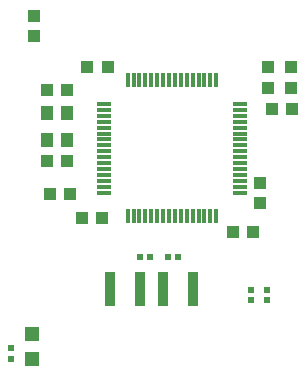
<source format=gbr>
G04 EAGLE Gerber RS-274X export*
G75*
%MOMM*%
%FSLAX34Y34*%
%LPD*%
%INSolderpaste Top*%
%IPPOS*%
%AMOC8*
5,1,8,0,0,1.08239X$1,22.5*%
G01*
%ADD10R,1.100000X1.000000*%
%ADD11R,1.000000X1.100000*%
%ADD12R,1.200000X1.200000*%
%ADD13R,0.600000X0.600000*%
%ADD14R,1.200000X0.300000*%
%ADD15R,0.300000X1.200000*%
%ADD16R,1.100000X1.300000*%
%ADD17R,0.900000X3.000000*%


D10*
X244738Y278384D03*
X261738Y278384D03*
D11*
X241808Y296300D03*
X241808Y313300D03*
D10*
X101210Y185420D03*
X84210Y185420D03*
D11*
X261366Y296300D03*
X261366Y313300D03*
D10*
X74286Y205740D03*
X57286Y205740D03*
X229226Y174244D03*
X212226Y174244D03*
X54238Y294132D03*
X71238Y294132D03*
X71238Y233680D03*
X54238Y233680D03*
D11*
X234442Y198256D03*
X234442Y215256D03*
D10*
X105782Y313436D03*
X88782Y313436D03*
D12*
X42164Y66462D03*
X42164Y87462D03*
D13*
X23876Y75366D03*
X23876Y66366D03*
X141914Y152400D03*
X132914Y152400D03*
X165790Y152400D03*
X156790Y152400D03*
D14*
X102774Y282356D03*
X102774Y277356D03*
X102774Y272356D03*
X102774Y267356D03*
X102774Y262356D03*
X102774Y257356D03*
X102774Y252356D03*
X102774Y247356D03*
X102774Y242356D03*
X102774Y237356D03*
X102774Y232356D03*
X102774Y227356D03*
X102774Y222356D03*
X102774Y217356D03*
X102774Y212356D03*
X102774Y207356D03*
D15*
X122774Y187356D03*
X127774Y187356D03*
X132774Y187356D03*
X137774Y187356D03*
X142774Y187356D03*
X147774Y187356D03*
X152774Y187356D03*
X157774Y187356D03*
X162774Y187356D03*
X167774Y187356D03*
X172774Y187356D03*
X177774Y187356D03*
X182774Y187356D03*
X187774Y187356D03*
X192774Y187356D03*
X197774Y187356D03*
D14*
X217774Y207356D03*
X217774Y212356D03*
X217774Y217356D03*
X217774Y222356D03*
X217774Y227356D03*
X217774Y232356D03*
X217774Y237356D03*
X217774Y242356D03*
X217774Y247356D03*
X217774Y252356D03*
X217774Y257356D03*
X217774Y262356D03*
X217774Y267356D03*
X217774Y272356D03*
X217774Y277356D03*
X217774Y282356D03*
D15*
X197774Y302356D03*
X192774Y302356D03*
X187774Y302356D03*
X182774Y302356D03*
X177774Y302356D03*
X172774Y302356D03*
X167774Y302356D03*
X162774Y302356D03*
X157774Y302356D03*
X152774Y302356D03*
X147774Y302356D03*
X142774Y302356D03*
X137774Y302356D03*
X132774Y302356D03*
X127774Y302356D03*
X122774Y302356D03*
D16*
X71136Y274828D03*
X71136Y251828D03*
X54136Y251828D03*
X54136Y274828D03*
D11*
X43688Y340242D03*
X43688Y357242D03*
D13*
X227076Y125150D03*
X227076Y116150D03*
X240538Y116150D03*
X240538Y125150D03*
D17*
X133129Y125940D03*
X108129Y125940D03*
X153129Y125940D03*
X178129Y125940D03*
M02*

</source>
